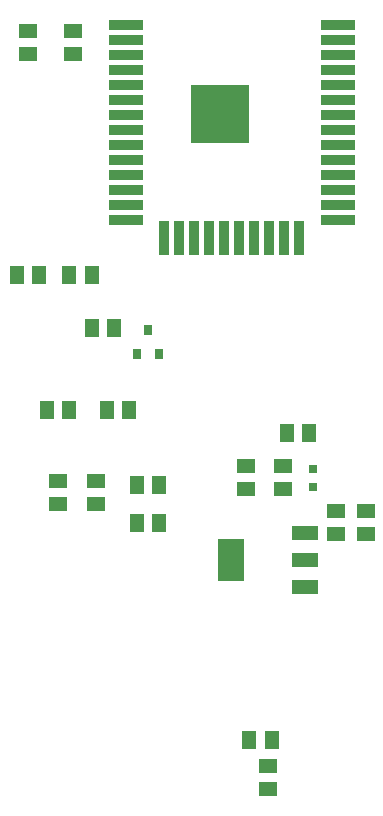
<source format=gbr>
G04 EAGLE Gerber RS-274X export*
G75*
%MOMM*%
%FSLAX34Y34*%
%LPD*%
%INSolderpaste Top*%
%IPPOS*%
%AMOC8*
5,1,8,0,0,1.08239X$1,22.5*%
G01*
%ADD10R,1.300000X1.500000*%
%ADD11R,1.500000X1.300000*%
%ADD12R,2.235200X1.219200*%
%ADD13R,2.200000X3.600000*%
%ADD14R,0.800000X0.800000*%
%ADD15R,0.800000X0.900000*%
%ADD16R,3.000000X0.900000*%
%ADD17R,0.900000X3.000000*%
%ADD18R,5.000000X5.000000*%


D10*
X224130Y303530D03*
X205130Y303530D03*
X319380Y87630D03*
X300380Y87630D03*
X224130Y271780D03*
X205130Y271780D03*
D11*
X373380Y281280D03*
X373380Y262280D03*
X398780Y281280D03*
X398780Y262280D03*
X328930Y300380D03*
X328930Y319380D03*
X297180Y300380D03*
X297180Y319380D03*
X316230Y65380D03*
X316230Y46380D03*
D12*
X347218Y216916D03*
X347218Y240030D03*
X347218Y263144D03*
D13*
X285240Y240030D03*
D14*
X354330Y317380D03*
X354330Y302380D03*
D15*
X205130Y414180D03*
X224130Y414180D03*
X214630Y435180D03*
D10*
X332130Y347980D03*
X351130Y347980D03*
X198730Y367030D03*
X179730Y367030D03*
X147930Y367030D03*
X128930Y367030D03*
D11*
X138430Y287680D03*
X138430Y306680D03*
D10*
X167030Y436880D03*
X186030Y436880D03*
D11*
X170180Y306680D03*
X170180Y287680D03*
D16*
X195580Y528080D03*
X375580Y528080D03*
D17*
X228430Y513080D03*
X241130Y513080D03*
X253830Y513080D03*
X266530Y513080D03*
X279230Y513080D03*
X291930Y513080D03*
X304630Y513080D03*
X317330Y513080D03*
X330030Y513080D03*
X342730Y513080D03*
D16*
X195580Y540780D03*
X195580Y553480D03*
X195580Y566180D03*
X195580Y578880D03*
X195580Y591580D03*
X195580Y604280D03*
X195580Y616980D03*
X195580Y629680D03*
X195580Y642380D03*
X195580Y655080D03*
X195580Y667780D03*
X195580Y680480D03*
X195580Y693180D03*
X375580Y540780D03*
X375580Y553480D03*
X375580Y566180D03*
X375580Y578880D03*
X375580Y591580D03*
X375580Y604280D03*
X375580Y616980D03*
X375580Y629680D03*
X375580Y642380D03*
X375580Y655080D03*
X375580Y667780D03*
X375580Y680480D03*
X375580Y693180D03*
D18*
X275580Y618080D03*
D11*
X151130Y668680D03*
X151130Y687680D03*
X113030Y668680D03*
X113030Y687680D03*
D10*
X147980Y481330D03*
X166980Y481330D03*
X103530Y481330D03*
X122530Y481330D03*
M02*

</source>
